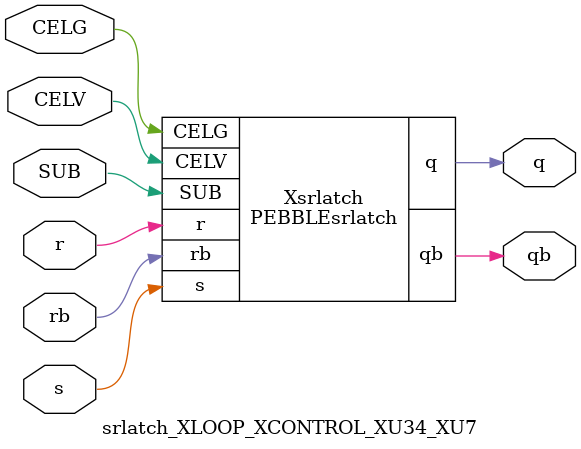
<source format=v>



module PEBBLEsrlatch ( q, qb, CELG, CELV, SUB, r, rb, s );

  input CELV;
  input s;
  output q;
  input rb;
  input r;
  input SUB;
  input CELG;
  output qb;
endmodule

//Celera Confidential Do Not Copy srlatch_XLOOP_XCONTROL_XU34_XU7
//Celera Confidential Symbol Generator
//SR Latch
module srlatch_XLOOP_XCONTROL_XU34_XU7 (CELV,CELG,s,r,rb,q,qb,SUB);
input CELV;
input CELG;
input s;
input r;
input rb;
input SUB;
output q;
output qb;

//Celera Confidential Do Not Copy srlatch
PEBBLEsrlatch Xsrlatch(
.CELV (CELV),
.r (r),
.s (s),
.q (q),
.qb (qb),
.rb (rb),
.SUB (SUB),
.CELG (CELG)
);
//,diesize,PEBBLEsrlatch

//Celera Confidential Do Not Copy Module End
//Celera Schematic Generator
endmodule

</source>
